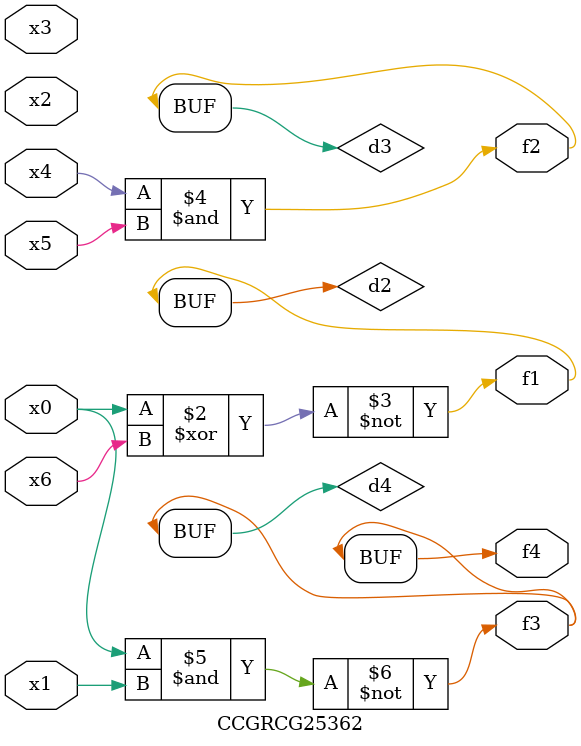
<source format=v>
module CCGRCG25362(
	input x0, x1, x2, x3, x4, x5, x6,
	output f1, f2, f3, f4
);

	wire d1, d2, d3, d4;

	nor (d1, x0);
	xnor (d2, x0, x6);
	and (d3, x4, x5);
	nand (d4, x0, x1);
	assign f1 = d2;
	assign f2 = d3;
	assign f3 = d4;
	assign f4 = d4;
endmodule

</source>
